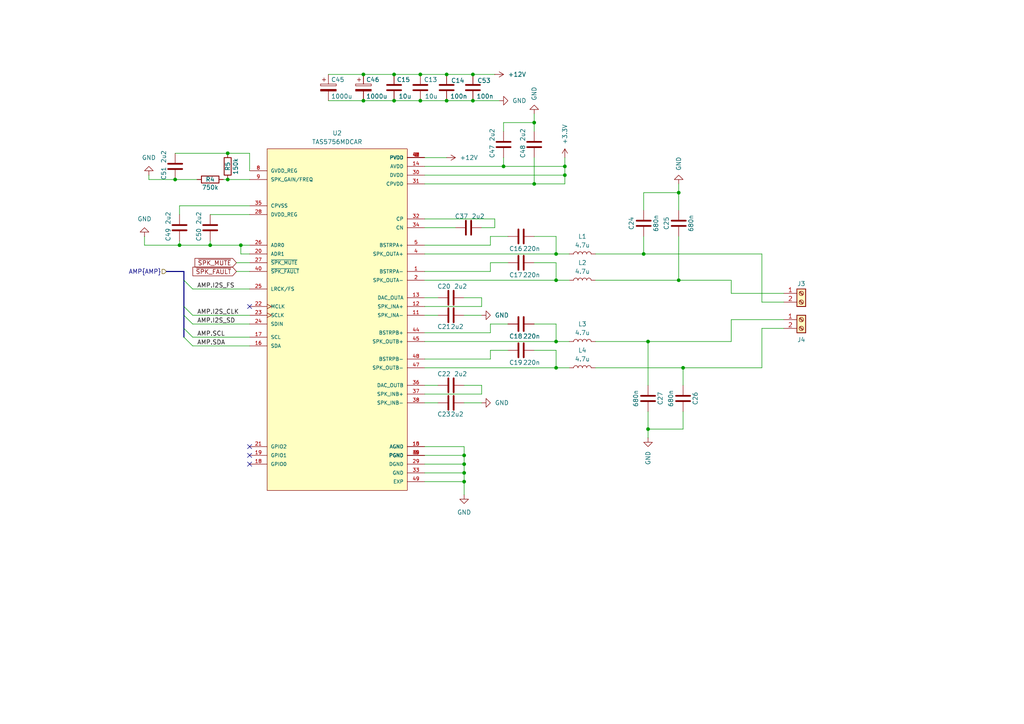
<source format=kicad_sch>
(kicad_sch (version 20250114) (generator "eeschema") (generator_version "9.0")
  (paper "A4")
  (lib_symbols
    (symbol "Connector:Screw_Terminal_01x02" (pin_names (offset 1.016) (hide yes))
      (property "Reference" "J" (at 0 2.54 0))
      (property "Value" "Screw_Terminal_01x02" (at 0 -5.08 0))
      (symbol "Screw_Terminal_01x02_1_1"
        (rectangle (start -1.27 1.27) (end 1.27 -3.81) (stroke (width 0.254)) (fill (type background)))
        (polyline (pts (xy -0.5334 0.3302) (xy 0.3302 -0.508)) (stroke (width 0.1524)))
        (polyline (pts (xy -0.5334 -2.2098) (xy 0.3302 -3.048)) (stroke (width 0.1524)))
        (polyline (pts (xy -0.3556 0.508) (xy 0.508 -0.3302)) (stroke (width 0.1524)))
        (polyline (pts (xy -0.3556 -2.032) (xy 0.508 -2.8702)) (stroke (width 0.1524)))
        (circle (center 0 0) (radius 0.635) (stroke (width 0.1524)))
        (circle (center 0 -2.54) (radius 0.635) (stroke (width 0.1524)))
        (pin passive line (at -5.08 0 0) (length 3.81) (name "Pin_1") (number "1"))
        (pin passive line (at -5.08 -2.54 0) (length 3.81) (name "Pin_2") (number "2"))
      )
    )
    (symbol "Device:C" (pin_numbers (hide yes)) (pin_names (offset 0.254))
      (property "Reference" "C" (at 0.635 2.54 0))
      (property "Value" "C" (at 0.635 -2.54 0))
      (symbol "C_0_1"
        (polyline (pts (xy -2.032 0.762) (xy 2.032 0.762)) (stroke (width 0.508)))
        (polyline (pts (xy -2.032 -0.762) (xy 2.032 -0.762)) (stroke (width 0.508)))
      )
      (symbol "C_1_1"
        (pin passive line (at 0 3.81 270) (length 2.794) (name "~") (number "1"))
        (pin passive line (at 0 -3.81 90) (length 2.794) (name "~") (number "2"))
      )
    )
    (symbol "Device:C_Polarized" (pin_numbers (hide yes)) (pin_names (offset 0.254))
      (property "Reference" "C" (at 0.635 2.54 0))
      (property "Value" "C_Polarized" (at 0.635 -2.54 0))
      (symbol "C_Polarized_0_1"
        (rectangle (start -2.286 0.508) (end 2.286 1.016))
        (polyline (pts (xy -1.778 2.286) (xy -0.762 2.286)))
        (polyline (pts (xy -1.27 2.794) (xy -1.27 1.778)))
        (rectangle (start 2.286 -0.508) (end -2.286 -1.016) (fill (type outline)))
      )
      (symbol "C_Polarized_1_1"
        (pin passive line (at 0 3.81 270) (length 2.794) (name "~") (number "1"))
        (pin passive line (at 0 -3.81 90) (length 2.794) (name "~") (number "2"))
      )
    )
    (symbol "Device:L" (pin_numbers (hide yes)) (pin_names (offset 1.016) (hide yes))
      (property "Reference" "L" (at -1.27 0 90))
      (property "Value" "L" (at 1.905 0 90))
      (symbol "L_0_1"
        (arc (start 0 2.54) (mid 0.6323 1.905) (end 0 1.27))
        (arc (start 0 1.27) (mid 0.6323 0.635) (end 0 0))
        (arc (start 0 0) (mid 0.6323 -0.635) (end 0 -1.27))
        (arc (start 0 -1.27) (mid 0.6323 -1.905) (end 0 -2.54))
      )
      (symbol "L_1_1"
        (pin passive line (at 0 3.81 270) (length 1.27) (name "1") (number "1"))
        (pin passive line (at 0 -3.81 90) (length 1.27) (name "2") (number "2"))
      )
    )
    (symbol "Device:R" (pin_numbers (hide yes)) (pin_names (offset 0))
      (property "Reference" "R" (at 2.032 0 90))
      (property "Value" "R" (at 0 0 90))
      (symbol "R_0_1"
        (rectangle (start -1.016 -2.54) (end 1.016 2.54) (stroke (width 0.254)))
      )
      (symbol "R_1_1"
        (pin passive line (at 0 3.81 270) (length 1.27) (name "~") (number "1"))
        (pin passive line (at 0 -3.81 90) (length 1.27) (name "~") (number "2"))
      )
    )
    (symbol "SqueezeAMPPOE:TAS5756MDCAR" (pin_names (offset 1.016))
      (property "Reference" "U2" (at 0 52.832 0))
      (property "Value" "TAS5756MDCAR" (at 0 50.292 0))
      (symbol "TAS5756MDCAR_0_0"
        (rectangle (start -20.32 48.26) (end 20.32 -50.8) (stroke (width 0.1524)) (fill (type background)))
        (pin bidirectional line (at -25.4 41.91 0) (length 5.08) (name "GVDD_REG") (number "8"))
        (pin input line (at -25.4 39.37 0) (length 5.08) (name "SPK_GAIN/FREQ") (number "9"))
        (pin power_in line (at -25.4 31.75 0) (length 5.08) (name "CPVSS") (number "35"))
        (pin bidirectional line (at -25.4 29.21 0) (length 5.08) (name "DVDD_REG") (number "28"))
        (pin input line (at -25.4 20.32 0) (length 5.08) (name "ADR0") (number "26"))
        (pin input line (at -25.4 17.78 0) (length 5.08) (name "ADR1") (number "20"))
        (pin input line (at -25.4 15.24 0) (length 5.08) (name "~{SPK_MUTE}") (number "27"))
        (pin output line (at -25.4 12.7 0) (length 5.08) (name "~{SPK_FAULT}") (number "40"))
        (pin bidirectional line (at -25.4 7.62 0) (length 5.08) (name "LRCK/FS") (number "25"))
        (pin input clock (at -25.4 2.54 0) (length 5.08) (name "MCLK") (number "22"))
        (pin input clock (at -25.4 0 0) (length 5.08) (name "SCLK") (number "23"))
        (pin input line (at -25.4 -2.54 0) (length 5.08) (name "SDIN") (number "24"))
        (pin input line (at -25.4 -6.35 0) (length 5.08) (name "SCL") (number "17"))
        (pin bidirectional line (at -25.4 -8.89 0) (length 5.08) (name "SDA") (number "16"))
        (pin bidirectional line (at -25.4 -38.1 0) (length 5.08) (name "GPIO2") (number "21"))
        (pin bidirectional line (at -25.4 -40.64 0) (length 5.08) (name "GPIO1") (number "19"))
        (pin bidirectional line (at -25.4 -43.18 0) (length 5.08) (name "GPIO0") (number "18"))
        (pin power_in line (at 25.4 45.72 180) (length 5.08) (name "PVDD") (number "41"))
        (pin power_in line (at 25.4 45.72 180) (length 5.08) (name "PVDD") (number "42"))
        (pin power_in line (at 25.4 45.72 180) (length 5.08) (name "PVDD") (number "43"))
        (pin power_in line (at 25.4 45.72 180) (length 5.08) (name "PVDD") (number "6"))
        (pin power_in line (at 25.4 45.72 180) (length 5.08) (name "PVDD") (number "7"))
        (pin power_in line (at 25.4 43.18 180) (length 5.08) (name "AVDD") (number "14"))
        (pin bidirectional line (at 25.4 40.64 180) (length 5.08) (name "DVDD") (number "30"))
        (pin power_in line (at 25.4 38.1 180) (length 5.08) (name "CPVDD") (number "31"))
        (pin passive line (at 25.4 27.94 180) (length 5.08) (name "CP") (number "32"))
        (pin passive line (at 25.4 25.4 180) (length 5.08) (name "CN") (number "34"))
        (pin output line (at 25.4 20.32 180) (length 5.08) (name "BSTRPA+") (number "5"))
        (pin output line (at 25.4 17.78 180) (length 5.08) (name "SPK_OUTA+") (number "4"))
        (pin output line (at 25.4 12.7 180) (length 5.08) (name "BSTRPA-") (number "1"))
        (pin output line (at 25.4 10.16 180) (length 5.08) (name "SPK_OUTA-") (number "2"))
        (pin output line (at 25.4 5.08 180) (length 5.08) (name "DAC_OUTA") (number "13"))
        (pin input line (at 25.4 2.54 180) (length 5.08) (name "SPK_INA+") (number "12"))
        (pin input line (at 25.4 0 180) (length 5.08) (name "SPK_INA-") (number "11"))
        (pin output line (at 25.4 -5.08 180) (length 5.08) (name "BSTRPB+") (number "44"))
        (pin output line (at 25.4 -7.62 180) (length 5.08) (name "SPK_OUTB+") (number "45"))
        (pin output line (at 25.4 -12.7 180) (length 5.08) (name "BSTRPB-") (number "48"))
        (pin output line (at 25.4 -15.24 180) (length 5.08) (name "SPK_OUTB-") (number "47"))
        (pin output line (at 25.4 -20.32 180) (length 5.08) (name "DAC_OUTB") (number "36"))
        (pin input line (at 25.4 -22.86 180) (length 5.08) (name "SPK_INB+") (number "37"))
        (pin input line (at 25.4 -25.4 180) (length 5.08) (name "SPK_INB-") (number "38"))
        (pin power_in line (at 25.4 -38.1 180) (length 5.08) (name "AGND") (number "10"))
        (pin power_in line (at 25.4 -38.1 180) (length 5.08) (name "AGND") (number "15"))
        (pin power_in line (at 25.4 -40.64 180) (length 5.08) (name "PGND") (number "3"))
        (pin power_in line (at 25.4 -40.64 180) (length 5.08) (name "PGND") (number "39"))
        (pin power_in line (at 25.4 -40.64 180) (length 5.08) (name "PGND") (number "46"))
        (pin power_in line (at 25.4 -43.18 180) (length 5.08) (name "DGND") (number "29"))
        (pin power_in line (at 25.4 -45.72 180) (length 5.08) (name "GND") (number "33"))
        (pin power_in line (at 25.4 -48.26 180) (length 5.08) (name "EXP") (number "49"))
      )
    )
    (symbol "power:+12V" (power) (pin_numbers (hide yes)) (pin_names (offset 0) (hide yes))
      (property "Value" "+12V" (at 0 3.556 0))
      (symbol "+12V_0_1"
        (polyline (pts (xy -0.762 1.27) (xy 0 2.54)))
        (polyline (pts (xy 0 2.54) (xy 0.762 1.27)))
        (polyline (pts (xy 0 0) (xy 0 2.54)))
      )
      (symbol "+12V_1_1"
        (pin power_in line (at 0 0 90) (length 0) (name "~") (number "1"))
      )
    )
    (symbol "power:+3.3V" (power) (pin_numbers (hide yes)) (pin_names (offset 0) (hide yes))
      (property "Value" "+3.3V" (at 0 3.556 0))
      (symbol "+3.3V_0_1"
        (polyline (pts (xy -0.762 1.27) (xy 0 2.54)))
        (polyline (pts (xy 0 2.54) (xy 0.762 1.27)))
        (polyline (pts (xy 0 0) (xy 0 2.54)))
      )
      (symbol "+3.3V_1_1"
        (pin power_in line (at 0 0 90) (length 0) (name "~") (number "1"))
      )
    )
    (symbol "power:GND" (power) (pin_numbers (hide yes)) (pin_names (offset 0) (hide yes))
      (property "Value" "GND" (at 0 -3.81 0))
      (symbol "GND_0_1"
        (polyline (pts (xy 0 0) (xy 0 -1.27) (xy 1.27 -1.27) (xy 0 -2.54) (xy -1.27 -1.27) (xy 0 -1.27)))
      )
      (symbol "GND_1_1"
        (pin power_in line (at 0 0 270) (length 0) (name "~") (number "1"))
      )
    )
  )
  (junction (at 154.94 35.56))
  (junction (at 134.62 132.08))
  (junction (at 50.8 52.07))
  (junction (at 134.62 139.7))
  (junction (at 121.92 21.59))
  (junction (at 161.29 106.68))
  (junction (at 161.29 73.66))
  (junction (at 60.96 71.12))
  (junction (at 134.62 137.16))
  (junction (at 163.83 50.8))
  (junction (at 114.3 29.21))
  (junction (at 129.54 29.21))
  (junction (at 134.62 134.62))
  (junction (at 69.85 71.12))
  (junction (at 161.29 99.06))
  (junction (at 105.41 21.59))
  (junction (at 66.04 44.45))
  (junction (at 198.12 106.68))
  (junction (at 196.85 81.28))
  (junction (at 163.83 48.26))
  (junction (at 187.96 124.46))
  (junction (at 52.07 71.12))
  (junction (at 161.29 81.28))
  (junction (at 121.92 29.21))
  (junction (at 66.04 52.07))
  (junction (at 154.94 53.34))
  (junction (at 114.3 21.59))
  (junction (at 137.16 21.59))
  (junction (at 129.54 21.59))
  (junction (at 187.96 99.06))
  (junction (at 146.05 48.26))
  (junction (at 196.85 55.88))
  (junction (at 105.41 29.21))
  (junction (at 137.16 29.21))
  (junction (at 186.69 73.66))
  (no_connect (at 72.39 134.62))
  (no_connect (at 72.39 132.08))
  (no_connect (at 72.39 129.54))
  (no_connect (at 72.39 88.9))
  (bus_entry (at 53.34 81.28) (size 2.54 2.54))
  (bus_entry (at 53.34 97.79) (size 2.54 2.54))
  (bus_entry (at 53.34 95.25) (size 2.54 2.54))
  (bus_entry (at 53.34 91.44) (size 2.54 2.54))
  (bus_entry (at 53.34 88.9) (size 2.54 2.54))
  (wire (pts (xy 123.19 91.44) (xy 127 91.44)))
  (wire (pts (xy 60.96 69.85) (xy 60.96 71.12)))
  (wire (pts (xy 154.94 35.56) (xy 154.94 33.02)))
  (wire (pts (xy 69.85 73.66) (xy 69.85 71.12)))
  (wire (pts (xy 163.83 48.26) (xy 163.83 45.72)))
  (wire (pts (xy 72.39 49.53) (xy 72.39 44.45)))
  (bus (pts (xy 53.34 81.28) (xy 53.34 88.9)))
  (wire (pts (xy 129.54 21.59) (xy 137.16 21.59)))
  (wire (pts (xy 163.83 48.26) (xy 163.83 50.8)))
  (bus (pts (xy 53.34 95.25) (xy 53.34 97.79)))
  (wire (pts (xy 123.19 86.36) (xy 127 86.36)))
  (wire (pts (xy 139.7 86.36) (xy 134.62 86.36)))
  (wire (pts (xy 123.19 66.04) (xy 132.08 66.04)))
  (wire (pts (xy 123.19 106.68) (xy 161.29 106.68)))
  (wire (pts (xy 161.29 93.98) (xy 161.29 99.06)))
  (wire (pts (xy 220.98 106.68) (xy 220.98 95.25)))
  (wire (pts (xy 163.83 50.8) (xy 163.83 53.34)))
  (wire (pts (xy 186.69 60.96) (xy 186.69 55.88)))
  (wire (pts (xy 142.24 71.12) (xy 142.24 68.58)))
  (wire (pts (xy 196.85 81.28) (xy 212.09 81.28)))
  (wire (pts (xy 123.19 99.06) (xy 161.29 99.06)))
  (wire (pts (xy 68.58 78.74) (xy 72.39 78.74)))
  (wire (pts (xy 123.19 81.28) (xy 161.29 81.28)))
  (wire (pts (xy 198.12 111.76) (xy 198.12 106.68)))
  (wire (pts (xy 55.88 91.44) (xy 72.39 91.44)))
  (wire (pts (xy 142.24 76.2) (xy 147.32 76.2)))
  (wire (pts (xy 123.19 104.14) (xy 142.24 104.14)))
  (wire (pts (xy 64.77 52.07) (xy 66.04 52.07)))
  (wire (pts (xy 121.92 21.59) (xy 129.54 21.59)))
  (wire (pts (xy 187.96 127) (xy 187.96 124.46)))
  (wire (pts (xy 123.19 53.34) (xy 154.94 53.34)))
  (wire (pts (xy 105.41 21.59) (xy 114.3 21.59)))
  (wire (pts (xy 212.09 99.06) (xy 212.09 92.71)))
  (wire (pts (xy 212.09 85.09) (xy 227.33 85.09)))
  (wire (pts (xy 123.19 73.66) (xy 161.29 73.66)))
  (wire (pts (xy 123.19 71.12) (xy 142.24 71.12)))
  (wire (pts (xy 198.12 124.46) (xy 187.96 124.46)))
  (wire (pts (xy 220.98 87.63) (xy 227.33 87.63)))
  (wire (pts (xy 142.24 68.58) (xy 147.32 68.58)))
  (wire (pts (xy 123.19 134.62) (xy 134.62 134.62)))
  (wire (pts (xy 154.94 45.72) (xy 154.94 53.34)))
  (wire (pts (xy 161.29 68.58) (xy 161.29 73.66)))
  (wire (pts (xy 172.72 81.28) (xy 196.85 81.28)))
  (wire (pts (xy 196.85 55.88) (xy 196.85 60.96)))
  (wire (pts (xy 154.94 38.1) (xy 154.94 35.56)))
  (wire (pts (xy 114.3 21.59) (xy 121.92 21.59)))
  (wire (pts (xy 134.62 132.08) (xy 134.62 134.62)))
  (wire (pts (xy 55.88 93.98) (xy 72.39 93.98)))
  (wire (pts (xy 121.92 29.21) (xy 129.54 29.21)))
  (wire (pts (xy 220.98 73.66) (xy 220.98 87.63)))
  (wire (pts (xy 139.7 66.04) (xy 143.51 66.04)))
  (wire (pts (xy 134.62 91.44) (xy 139.7 91.44)))
  (wire (pts (xy 220.98 95.25) (xy 227.33 95.25)))
  (wire (pts (xy 43.18 50.8) (xy 43.18 52.07)))
  (wire (pts (xy 50.8 52.07) (xy 57.15 52.07)))
  (wire (pts (xy 196.85 53.34) (xy 196.85 55.88)))
  (wire (pts (xy 123.19 129.54) (xy 134.62 129.54)))
  (bus (pts (xy 53.34 91.44) (xy 53.34 95.25)))
  (wire (pts (xy 161.29 106.68) (xy 165.1 106.68)))
  (bus (pts (xy 48.26 78.74) (xy 53.34 78.74)))
  (wire (pts (xy 154.94 53.34) (xy 163.83 53.34)))
  (wire (pts (xy 139.7 111.76) (xy 134.62 111.76)))
  (wire (pts (xy 72.39 73.66) (xy 69.85 73.66)))
  (wire (pts (xy 134.62 134.62) (xy 134.62 137.16)))
  (wire (pts (xy 60.96 71.12) (xy 52.07 71.12)))
  (wire (pts (xy 143.51 63.5) (xy 143.51 66.04)))
  (wire (pts (xy 186.69 73.66) (xy 220.98 73.66)))
  (wire (pts (xy 142.24 93.98) (xy 147.32 93.98)))
  (wire (pts (xy 198.12 106.68) (xy 220.98 106.68)))
  (wire (pts (xy 68.58 76.2) (xy 72.39 76.2)))
  (wire (pts (xy 172.72 99.06) (xy 187.96 99.06)))
  (wire (pts (xy 114.3 29.21) (xy 121.92 29.21)))
  (wire (pts (xy 134.62 129.54) (xy 134.62 132.08)))
  (bus (pts (xy 53.34 88.9) (xy 53.34 91.44)))
  (wire (pts (xy 142.24 78.74) (xy 142.24 76.2)))
  (wire (pts (xy 41.91 71.12) (xy 52.07 71.12)))
  (wire (pts (xy 55.88 97.79) (xy 72.39 97.79)))
  (wire (pts (xy 137.16 29.21) (xy 144.78 29.21)))
  (wire (pts (xy 123.19 116.84) (xy 127 116.84)))
  (wire (pts (xy 41.91 71.12) (xy 41.91 68.58)))
  (wire (pts (xy 172.72 106.68) (xy 198.12 106.68)))
  (wire (pts (xy 146.05 38.1) (xy 146.05 35.56)))
  (wire (pts (xy 72.39 59.69) (xy 52.07 59.69)))
  (wire (pts (xy 186.69 55.88) (xy 196.85 55.88)))
  (wire (pts (xy 134.62 137.16) (xy 134.62 139.7)))
  (wire (pts (xy 161.29 73.66) (xy 165.1 73.66)))
  (wire (pts (xy 60.96 62.23) (xy 72.39 62.23)))
  (wire (pts (xy 146.05 35.56) (xy 154.94 35.56)))
  (wire (pts (xy 154.94 68.58) (xy 161.29 68.58)))
  (wire (pts (xy 212.09 92.71) (xy 227.33 92.71)))
  (wire (pts (xy 154.94 93.98) (xy 161.29 93.98)))
  (wire (pts (xy 146.05 48.26) (xy 163.83 48.26)))
  (wire (pts (xy 95.25 21.59) (xy 105.41 21.59)))
  (wire (pts (xy 123.19 88.9) (xy 139.7 88.9)))
  (wire (pts (xy 72.39 44.45) (xy 66.04 44.45)))
  (wire (pts (xy 142.24 104.14) (xy 142.24 101.6)))
  (wire (pts (xy 72.39 71.12) (xy 69.85 71.12)))
  (wire (pts (xy 134.62 139.7) (xy 134.62 143.51)))
  (wire (pts (xy 154.94 101.6) (xy 161.29 101.6)))
  (wire (pts (xy 123.19 78.74) (xy 142.24 78.74)))
  (wire (pts (xy 123.19 96.52) (xy 142.24 96.52)))
  (wire (pts (xy 187.96 111.76) (xy 187.96 99.06)))
  (wire (pts (xy 123.19 50.8) (xy 163.83 50.8)))
  (wire (pts (xy 146.05 45.72) (xy 146.05 48.26)))
  (wire (pts (xy 123.19 137.16) (xy 134.62 137.16)))
  (wire (pts (xy 123.19 45.72) (xy 129.54 45.72)))
  (wire (pts (xy 52.07 59.69) (xy 52.07 62.23)))
  (wire (pts (xy 161.29 76.2) (xy 161.29 81.28)))
  (wire (pts (xy 43.18 52.07) (xy 50.8 52.07)))
  (wire (pts (xy 123.19 132.08) (xy 134.62 132.08)))
  (wire (pts (xy 187.96 124.46) (xy 187.96 119.38)))
  (wire (pts (xy 142.24 96.52) (xy 142.24 93.98)))
  (wire (pts (xy 172.72 73.66) (xy 186.69 73.66)))
  (wire (pts (xy 55.88 100.33) (xy 72.39 100.33)))
  (wire (pts (xy 123.19 139.7) (xy 134.62 139.7)))
  (wire (pts (xy 212.09 81.28) (xy 212.09 85.09)))
  (wire (pts (xy 161.29 81.28) (xy 165.1 81.28)))
  (wire (pts (xy 105.41 29.21) (xy 114.3 29.21)))
  (wire (pts (xy 123.19 63.5) (xy 143.51 63.5)))
  (wire (pts (xy 196.85 68.58) (xy 196.85 81.28)))
  (wire (pts (xy 198.12 119.38) (xy 198.12 124.46)))
  (wire (pts (xy 161.29 101.6) (xy 161.29 106.68)))
  (wire (pts (xy 161.29 99.06) (xy 165.1 99.06)))
  (wire (pts (xy 142.24 101.6) (xy 147.32 101.6)))
  (wire (pts (xy 139.7 114.3) (xy 139.7 111.76)))
  (wire (pts (xy 55.88 83.82) (xy 72.39 83.82)))
  (wire (pts (xy 66.04 52.07) (xy 72.39 52.07)))
  (wire (pts (xy 123.19 114.3) (xy 139.7 114.3)))
  (wire (pts (xy 154.94 76.2) (xy 161.29 76.2)))
  (wire (pts (xy 129.54 29.21) (xy 137.16 29.21)))
  (wire (pts (xy 139.7 88.9) (xy 139.7 86.36)))
  (wire (pts (xy 52.07 69.85) (xy 52.07 71.12)))
  (wire (pts (xy 50.8 44.45) (xy 66.04 44.45)))
  (bus (pts (xy 53.34 78.74) (xy 53.34 81.28)))
  (wire (pts (xy 69.85 71.12) (xy 60.96 71.12)))
  (wire (pts (xy 134.62 116.84) (xy 139.7 116.84)))
  (wire (pts (xy 187.96 99.06) (xy 212.09 99.06)))
  (wire (pts (xy 186.69 68.58) (xy 186.69 73.66)))
  (wire (pts (xy 137.16 21.59) (xy 143.51 21.59)))
  (wire (pts (xy 123.19 48.26) (xy 146.05 48.26)))
  (wire (pts (xy 95.25 29.21) (xy 105.41 29.21)))
  (wire (pts (xy 123.19 111.76) (xy 127 111.76)))
  (label "AMP.I2S_CLK" (at 57.15 91.44 0))
  (label "AMP.I2S_FS" (at 57.15 83.82 0))
  (label "AMP.SDA" (at 57.15 100.33 0))
  (label "AMP.SCL" (at 57.15 97.79 0))
  (label "AMP.I2S_SD" (at 57.15 93.98 0))
  (global_label "~{SPK_MUTE}" (shape input) (at 68.58 76.2 180) (property "Intersheetrefs" "${INTERSHEET_REFS}" (effects (hide yes))))
  (global_label "~{SPK_FAULT}" (shape input) (at 68.58 78.74 180) (property "Intersheetrefs" "${INTERSHEET_REFS}" (effects (hide yes))))
  (hierarchical_label "AMP{AMP}" (shape input) (at 48.26 78.74 180))
  (symbol (lib_id "Device:C") (at 196.85 64.77 180) (unit 1)
    (property "Reference" "C25" (at 193.294 64.77 90))
    (property "Value" "680n" (at 200.406 64.77 90))
    (property "Footprint" "Capacitor_SMD:C_0805_2012Metric" (effects (hide yes)))
    (property "Datasheet" "https://jlcpcb.com/api/file/downloadByFileSystemAccessId/8588898762840686592" (effects (hide yes)))
    (property "Description" "50V 680nF X7R ±10% 0805 Multilayer Ceramic Capacitors MLCC - SMD/SMT ROHS" (effects (hide yes)))
    (property "Manufacturer" "YAGEO" (effects (hide yes)))
    (property "MPN" "CC0805KKX7R9BB684" (effects (hide yes)))
    (property "JLCPCB Part #" "C107133" (effects (hide yes)))
  )
  (symbol (lib_id "Device:C") (at 186.69 64.77 180) (unit 1)
    (property "Reference" "C24" (at 183.134 64.77 90))
    (property "Value" "680n" (at 190.246 64.77 90))
    (property "Footprint" "Capacitor_SMD:C_0805_2012Metric" (effects (hide yes)))
    (property "Datasheet" "https://jlcpcb.com/api/file/downloadByFileSystemAccessId/8588898762840686592" (effects (hide yes)))
    (property "Description" "50V 680nF X7R ±10% 0805 Multilayer Ceramic Capacitors MLCC - SMD/SMT ROHS" (effects (hide yes)))
    (property "Manufacturer" "YAGEO" (effects (hide yes)))
    (property "MPN" "CC0805KKX7R9BB684" (effects (hide yes)))
    (property "JLCPCB Part #" "C107133" (effects (hide yes)))
  )
  (symbol (lib_id "Device:C_Polarized") (at 95.25 25.4 0) (unit 1)
    (property "Reference" "C45" (at 96.012 23.114 0) (effects (justify left)))
    (property "Value" "1000u" (at 96.012 27.94 0) (effects (justify left)))
    (property "Footprint" "Capacitor_SMD:CP_Elec_10x12.5" (effects (hide yes)))
    (property "Datasheet" "https://www.lcsc.com/datasheet/lcsc_datasheet_2404241139_FOLLON-EFVM025ADA102M10C0_C22387800.pdf" (effects (hide yes)))
    (property "Description" "1000uF 25V ±20% SMD,D10xL12.5mm Aluminum Electrolytic Capacitors - SMD ROHS" (effects (hide yes)))
    (property "Manufacturer" "FOLLON" (effects (hide yes)))
    (property "MPN" "EFVM025ADA102M10C0" (effects (hide yes)))
    (property "JLCPCB Part #" "C22387800" (effects (hide yes)))
  )
  (symbol (lib_id "Device:C") (at 130.81 116.84 90) (unit 1)
    (property "Reference" "C23" (at 128.778 120.142 90))
    (property "Value" "2u2" (at 132.588 120.142 90))
    (property "Footprint" "Capacitor_SMD:C_0603_1608Metric" (effects (hide yes)))
    (property "Datasheet" "https://jlcpcb.com/api/file/downloadByFileSystemAccessId/8586178788720332800" (effects (hide yes)))
    (property "Description" "25V 2.2uF X5R ±10% 0603 Multilayer Ceramic Capacitors MLCC - SMD/SMT ROHS" (effects (hide yes)))
    (property "Manufacturer" "Samsung Electro-Mechanics" (effects (hide yes)))
    (property "MPN" "CL10A225KA8NNNC" (effects (hide yes)))
    (property "JLCPCB Part #" "C57895" (effects (hide yes)))
  )
  (symbol (lib_id "Device:C") (at 50.8 48.26 180) (unit 1)
    (property "Reference" "C51" (at 47.498 50.292 90))
    (property "Value" "2u2" (at 47.498 45.466 90))
    (property "Footprint" "Capacitor_SMD:C_0603_1608Metric" (effects (hide yes)))
    (property "Datasheet" "https://jlcpcb.com/api/file/downloadByFileSystemAccessId/8586178788720332800" (effects (hide yes)))
    (property "Description" "25V 2.2uF X5R ±10% 0603 Multilayer Ceramic Capacitors MLCC - SMD/SMT ROHS" (effects (hide yes)))
    (property "Manufacturer" "Samsung Electro-Mechanics" (effects (hide yes)))
    (property "MPN" "CL10A225KA8NNNC" (effects (hide yes)))
    (property "JLCPCB Part #" "C57895" (effects (hide yes)))
  )
  (symbol (lib_id "power:+12V") (at 129.54 45.72 270) (unit 1)
    (property "Reference" "#PWR050" (effects (hide yes)))
    (property "Value" "+12V" (at 133.35 45.7199 90) (effects (justify left)))
    (property "Description" "Power symbol creates a global label with name \"+12V\"" (effects (hide yes)))
  )
  (symbol (lib_id "Device:C") (at 130.81 111.76 90) (unit 1)
    (property "Reference" "C22" (at 128.778 108.458 90))
    (property "Value" "2u2" (at 133.604 108.458 90))
    (property "Footprint" "Capacitor_SMD:C_0603_1608Metric" (effects (hide yes)))
    (property "Datasheet" "https://jlcpcb.com/api/file/downloadByFileSystemAccessId/8586178788720332800" (effects (hide yes)))
    (property "Description" "25V 2.2uF X5R ±10% 0603 Multilayer Ceramic Capacitors MLCC - SMD/SMT ROHS" (effects (hide yes)))
    (property "Manufacturer" "Samsung Electro-Mechanics" (effects (hide yes)))
    (property "MPN" "CL10A225KA8NNNC" (effects (hide yes)))
    (property "JLCPCB Part #" "C57895" (effects (hide yes)))
  )
  (symbol (lib_id "power:GND") (at 43.18 50.8 180) (unit 1)
    (property "Reference" "#PWR018" (effects (hide yes)))
    (property "Value" "GND" (at 43.18 45.72 0))
    (property "Description" "Power symbol creates a global label with name \"GND\" , ground" (effects (hide yes)))
  )
  (symbol (lib_id "Device:C") (at 130.81 86.36 90) (unit 1)
    (property "Reference" "C20" (at 128.778 83.058 90))
    (property "Value" "2u2" (at 133.604 83.058 90))
    (property "Footprint" "Capacitor_SMD:C_0603_1608Metric" (effects (hide yes)))
    (property "Datasheet" "https://jlcpcb.com/api/file/downloadByFileSystemAccessId/8586178788720332800" (effects (hide yes)))
    (property "Description" "25V 2.2uF X5R ±10% 0603 Multilayer Ceramic Capacitors MLCC - SMD/SMT ROHS" (effects (hide yes)))
    (property "Manufacturer" "Samsung Electro-Mechanics" (effects (hide yes)))
    (property "MPN" "CL10A225KA8NNNC" (effects (hide yes)))
    (property "JLCPCB Part #" "C57895" (effects (hide yes)))
  )
  (symbol (lib_id "power:GND") (at 196.85 53.34 180) (unit 1)
    (property "Reference" "#PWR021" (effects (hide yes)))
    (property "Value" "GND" (at 196.8501 49.53 90) (effects (justify right)))
    (property "Description" "Power symbol creates a global label with name \"GND\" , ground" (effects (hide yes)))
  )
  (symbol (lib_id "Device:C") (at 151.13 68.58 90) (unit 1)
    (property "Reference" "C16" (at 149.606 72.136 90))
    (property "Value" "220n" (at 154.178 72.136 90))
    (property "Footprint" "Capacitor_SMD:C_0805_2012Metric" (effects (hide yes)))
    (property "Datasheet" "https://jlcpcb.com/api/file/downloadByFileSystemAccessId/8579706836175675392" (effects (hide yes)))
    (property "Description" "50V 220nF X7R ±10% 0805 Multilayer Ceramic Capacitors MLCC - SMD/SMT ROHS" (effects (hide yes)))
    (property "Manufacturer" "Samsung Electro-Mechanics" (effects (hide yes)))
    (property "MPN" "CL21B224KBFNNNE" (effects (hide yes)))
    (property "JLCPCB Part #" "C5378" (effects (hide yes)))
  )
  (symbol (lib_id "Device:C") (at 146.05 41.91 180) (unit 1)
    (property "Reference" "C47" (at 142.748 43.942 90))
    (property "Value" "2u2" (at 142.748 39.116 90))
    (property "Footprint" "Capacitor_SMD:C_0603_1608Metric" (effects (hide yes)))
    (property "Datasheet" "https://jlcpcb.com/api/file/downloadByFileSystemAccessId/8586178788720332800" (effects (hide yes)))
    (property "Description" "25V 2.2uF X5R ±10% 0603 Multilayer Ceramic Capacitors MLCC - SMD/SMT ROHS" (effects (hide yes)))
    (property "Manufacturer" "Samsung Electro-Mechanics" (effects (hide yes)))
    (property "MPN" "CL10A225KA8NNNC" (effects (hide yes)))
    (property "JLCPCB Part #" "C57895" (effects (hide yes)))
  )
  (symbol (lib_id "power:+3.3V") (at 163.83 45.72 0) (unit 1)
    (property "Reference" "#PWR014" (effects (hide yes)))
    (property "Value" "+3.3V" (at 163.8301 41.91 90) (effects (justify left)))
    (property "Description" "Power symbol creates a global label with name \"+3.3V\"" (effects (hide yes)))
  )
  (symbol (lib_id "Device:C") (at 135.89 66.04 90) (unit 1)
    (property "Reference" "C37" (at 133.858 62.738 90))
    (property "Value" "2u2" (at 138.684 62.738 90))
    (property "Footprint" "Capacitor_SMD:C_0603_1608Metric" (effects (hide yes)))
    (property "Datasheet" "https://jlcpcb.com/api/file/downloadByFileSystemAccessId/8586178788720332800" (effects (hide yes)))
    (property "Description" "25V 2.2uF X5R ±10% 0603 Multilayer Ceramic Capacitors MLCC - SMD/SMT ROHS" (effects (hide yes)))
    (property "Manufacturer" "Samsung Electro-Mechanics" (effects (hide yes)))
    (property "MPN" "CL10A225KA8NNNC" (effects (hide yes)))
    (property "JLCPCB Part #" "C57895" (effects (hide yes)))
  )
  (symbol (lib_id "Device:C") (at 121.92 25.4 180) (unit 1)
    (property "Reference" "C13" (at 122.936 23.114 0) (effects (justify right)))
    (property "Value" "10u" (at 123.19 27.94 0) (effects (justify right)))
    (property "Footprint" "Capacitor_SMD:C_0603_1608Metric" (effects (hide yes)))
    (property "Datasheet" "https://www.lcsc.com/datasheet/lcsc_datasheet_2304140030_Samsung-Electro-Mechanics-CL10A106MA8NRNC_C96446.pdf" (effects (hide yes)))
    (property "Description" "25V 10uF X5R ±20% 0603 Multilayer Ceramic Capacitors MLCC - SMD/SMT ROHS" (effects (hide yes)))
    (property "Manufacturer" "Samsung Electro-Mechanics" (effects (hide yes)))
    (property "MPN" "CL10A106MA8NRNC" (effects (hide yes)))
    (property "JLCPCB Part #" "C96446" (effects (hide yes)))
  )
  (symbol (lib_id "power:GND") (at 139.7 91.44 90) (unit 1)
    (property "Reference" "#PWR019" (effects (hide yes)))
    (property "Value" "GND" (at 143.51 91.4401 90) (effects (justify right)))
    (property "Description" "Power symbol creates a global label with name \"GND\" , ground" (effects (hide yes)))
  )
  (symbol (lib_id "Device:L") (at 168.91 106.68 90) (unit 1)
    (property "Reference" "L4" (at 168.91 101.6 90))
    (property "Value" "4.7u" (at 168.91 104.14 90))
    (property "Footprint" "Inductor_SMD:L_Ferrocore_DLG-0703" (effects (hide yes)))
    (property "Datasheet" "https://jlcpcb.com/api/file/downloadByFileSystemAccessId/8588931639724818432" (effects (hide yes)))
    (property "Description" "Inductor" (effects (hide yes)))
    (property "Manufacturer" "SXN(Shun Xiang Nuo Elec)" (effects (hide yes)))
    (property "MPN" "SM7850-4R7MT" (effects (hide yes)))
    (property "JLCPCB Part #" "C52377" (effects (hide yes)))
  )
  (symbol (lib_id "Device:C") (at 198.12 115.57 0) (unit 1)
    (property "Reference" "C26" (at 201.676 115.57 90))
    (property "Value" "680n" (at 194.564 115.57 90))
    (property "Footprint" "Capacitor_SMD:C_0805_2012Metric" (effects (hide yes)))
    (property "Datasheet" "https://jlcpcb.com/api/file/downloadByFileSystemAccessId/8588898762840686592" (effects (hide yes)))
    (property "Description" "50V 680nF X7R ±10% 0805 Multilayer Ceramic Capacitors MLCC - SMD/SMT ROHS" (effects (hide yes)))
    (property "Manufacturer" "YAGEO" (effects (hide yes)))
    (property "MPN" "CC0805KKX7R9BB684" (effects (hide yes)))
    (property "JLCPCB Part #" "C107133" (effects (hide yes)))
  )
  (symbol (lib_id "Device:C") (at 114.3 25.4 180) (unit 1)
    (property "Reference" "C15" (at 115.062 23.114 0) (effects (justify right)))
    (property "Value" "10u" (at 115.57 27.94 0) (effects (justify right)))
    (property "Footprint" "Capacitor_SMD:C_0603_1608Metric" (effects (hide yes)))
    (property "Datasheet" "https://www.lcsc.com/datasheet/lcsc_datasheet_2304140030_Samsung-Electro-Mechanics-CL10A106MA8NRNC_C96446.pdf" (effects (hide yes)))
    (property "Description" "25V 10uF X5R ±20% 0603 Multilayer Ceramic Capacitors MLCC - SMD/SMT ROHS" (effects (hide yes)))
    (property "Manufacturer" "Samsung Electro-Mechanics" (effects (hide yes)))
    (property "MPN" "CL10A106MA8NRNC" (effects (hide yes)))
    (property "JLCPCB Part #" "C96446" (effects (hide yes)))
  )
  (symbol (lib_id "Device:R") (at 66.04 48.26 0) (unit 1)
    (property "Reference" "R5" (at 66.04 48.26 90))
    (property "Value" "150k" (at 68.326 48.26 90))
    (property "Footprint" "Resistor_SMD:R_0603_1608Metric" (effects (hide yes)))
    (property "Datasheet" "https://jlcpcb.com/api/file/downloadByFileSystemAccessId/8552813156754595840" (effects (hide yes)))
    (property "Description" "100mW Thick Film Resistors 75V ±100ppm/℃ ±1% 150kΩ 0603 Chip Resistor - Surface Mount ROHS" (effects (hide yes)))
    (property "Manufacturer" "YAGEO" (effects (hide yes)))
    (property "MPN" "RC0603FR-07150KL" (effects (hide yes)))
    (property "JLCPCB Part #" "C114660" (effects (hide yes)))
  )
  (symbol (lib_id "Device:C_Polarized") (at 105.41 25.4 0) (unit 1)
    (property "Reference" "C46" (at 106.172 23.114 0) (effects (justify left)))
    (property "Value" "1000u" (at 106.172 27.94 0) (effects (justify left)))
    (property "Footprint" "Capacitor_SMD:CP_Elec_10x12.5" (effects (hide yes)))
    (property "Datasheet" "https://www.lcsc.com/datasheet/lcsc_datasheet_2404241139_FOLLON-EFVM025ADA102M10C0_C22387800.pdf" (effects (hide yes)))
    (property "Description" "1000uF 25V ±20% SMD,D10xL12.5mm Aluminum Electrolytic Capacitors - SMD ROHS" (effects (hide yes)))
    (property "Manufacturer" "FOLLON" (effects (hide yes)))
    (property "MPN" "EFVM025ADA102M10C0" (effects (hide yes)))
    (property "JLCPCB Part #" "C22387800" (effects (hide yes)))
  )
  (symbol (lib_id "Device:C") (at 151.13 101.6 90) (unit 1)
    (property "Reference" "C19" (at 149.606 105.156 90))
    (property "Value" "220n" (at 154.178 105.156 90))
    (property "Footprint" "Capacitor_SMD:C_0805_2012Metric" (effects (hide yes)))
    (property "Datasheet" "https://jlcpcb.com/api/file/downloadByFileSystemAccessId/8579706836175675392" (effects (hide yes)))
    (property "Description" "50V 220nF X7R ±10% 0805 Multilayer Ceramic Capacitors MLCC - SMD/SMT ROHS" (effects (hide yes)))
    (property "Manufacturer" "Samsung Electro-Mechanics" (effects (hide yes)))
    (property "MPN" "CL21B224KBFNNNE" (effects (hide yes)))
    (property "JLCPCB Part #" "C5378" (effects (hide yes)))
  )
  (symbol (lib_id "SqueezeAMPPOE:TAS5756MDCAR") (at 97.79 91.44 0) (unit 1)
    (property "Reference" "U2" (at 97.79 38.608 0))
    (property "Value" "TAS5756MDCAR" (at 97.79 41.148 0))
    (property "Footprint" "SqueezeAMPPOE:SOP50P810X120-49N" (effects (hide yes)))
    (property "Datasheet" "https://www.ti.com/cn/lit/ds/symlink/tas5756m.pdf?ts=1741151189886" (effects (hide yes)))
    (property "Description" "HTSSOP-48-EP-6.1mm  Audio Amplifiers ROHS" (effects (hide yes)))
    (property "Manufacturer" "Texas Instruments" (effects (hide yes)))
    (property "MPN" "TAS5756MDCAR" (effects (hide yes)))
    (property "JLCPCB Part #" "C2867541" (effects (hide yes)))
  )
  (symbol (lib_id "Device:C") (at 129.54 25.4 180) (unit 1)
    (property "Reference" "C14" (at 130.81 23.368 0) (effects (justify right)))
    (property "Value" "100n" (at 130.556 27.94 0) (effects (justify right)))
    (property "Footprint" "Capacitor_SMD:C_0603_1608Metric" (effects (hide yes)))
    (property "Datasheet" "https://www.lcsc.com/datasheet/lcsc_datasheet_2304140030_Samsung-Electro-Mechanics-CL10B104KB8NNNC_C1591.pdf" (effects (hide yes)))
    (property "Description" "50V 100nF X7R ±10% 0603 Multilayer Ceramic Capacitors MLCC - SMD/SMT ROHS" (effects (hide yes)))
    (property "Manufacturer" "Samsung Electro-Mechanics" (effects (hide yes)))
    (property "MPN" "CL10B104KB8NNNC" (effects (hide yes)))
    (property "JLCPCB Part #" "C1591" (effects (hide yes)))
  )
  (symbol (lib_id "Device:C") (at 137.16 25.4 180) (unit 1)
    (property "Reference" "C53" (at 138.43 23.368 0) (effects (justify right)))
    (property "Value" "100n" (at 138.176 27.94 0) (effects (justify right)))
    (property "Footprint" "Capacitor_SMD:C_0603_1608Metric" (effects (hide yes)))
    (property "Datasheet" "https://www.lcsc.com/datasheet/lcsc_datasheet_2304140030_Samsung-Electro-Mechanics-CL10B104KB8NNNC_C1591.pdf" (effects (hide yes)))
    (property "Description" "50V 100nF X7R ±10% 0603 Multilayer Ceramic Capacitors MLCC - SMD/SMT ROHS" (effects (hide yes)))
    (property "Manufacturer" "Samsung Electro-Mechanics" (effects (hide yes)))
    (property "MPN" "CL10B104KB8NNNC" (effects (hide yes)))
    (property "JLCPCB Part #" "C1591" (effects (hide yes)))
  )
  (symbol (lib_id "Device:R") (at 60.96 52.07 270) (unit 1)
    (property "Reference" "R4" (at 60.96 52.07 90))
    (property "Value" "750k" (at 60.96 54.356 90))
    (property "Footprint" "Resistor_SMD:R_0603_1608Metric" (effects (hide yes)))
    (property "Datasheet" "https://jlcpcb.com/api/file/downloadByFileSystemAccessId/8588899706395508736" (effects (hide yes)))
    (property "Description" "100mW Thick Film Resistors 75V ±100ppm/℃ ±1% 750kΩ 0603 Chip Resistor - Surface Mount ROHS" (effects (hide yes)))
    (property "Manufacturer" "YAGEO" (effects (hide yes)))
    (property "MPN" "RC0603FR-07750KL" (effects (hide yes)))
    (property "JLCPCB Part #" "C137684" (effects (hide yes)))
  )
  (symbol (lib_id "power:GND") (at 41.91 68.58 180) (unit 1)
    (property "Reference" "#PWR011" (effects (hide yes)))
    (property "Value" "GND" (at 41.91 63.5 0))
    (property "Description" "Power symbol creates a global label with name \"GND\" , ground" (effects (hide yes)))
  )
  (symbol (lib_id "power:GND") (at 134.62 143.51 0) (unit 1)
    (property "Reference" "#PWR013" (effects (hide yes)))
    (property "Value" "GND" (at 134.62 148.59 0))
    (property "Description" "Power symbol creates a global label with name \"GND\" , ground" (effects (hide yes)))
  )
  (symbol (lib_id "Device:L") (at 168.91 99.06 90) (unit 1)
    (property "Reference" "L3" (at 168.91 93.98 90))
    (property "Value" "4.7u" (at 168.91 96.52 90))
    (property "Footprint" "Inductor_SMD:L_Ferrocore_DLG-0703" (effects (hide yes)))
    (property "Datasheet" "https://jlcpcb.com/api/file/downloadByFileSystemAccessId/8588931639724818432" (effects (hide yes)))
    (property "Description" "Inductor" (effects (hide yes)))
    (property "Manufacturer" "SXN(Shun Xiang Nuo Elec)" (effects (hide yes)))
    (property "MPN" "SM7850-4R7MT" (effects (hide yes)))
    (property "JLCPCB Part #" "C52377" (effects (hide yes)))
  )
  (symbol (lib_id "Device:C") (at 151.13 76.2 90) (unit 1)
    (property "Reference" "C17" (at 149.606 79.756 90))
    (property "Value" "220n" (at 154.178 79.756 90))
    (property "Footprint" "Capacitor_SMD:C_0805_2012Metric" (effects (hide yes)))
    (property "Datasheet" "https://jlcpcb.com/api/file/downloadByFileSystemAccessId/8579706836175675392" (effects (hide yes)))
    (property "Description" "50V 220nF X7R ±10% 0805 Multilayer Ceramic Capacitors MLCC - SMD/SMT ROHS" (effects (hide yes)))
    (property "Manufacturer" "Samsung Electro-Mechanics" (effects (hide yes)))
    (property "MPN" "CL21B224KBFNNNE" (effects (hide yes)))
    (property "JLCPCB Part #" "C5378" (effects (hide yes)))
  )
  (symbol (lib_id "Device:C") (at 154.94 41.91 180) (unit 1)
    (property "Reference" "C48" (at 151.638 43.942 90))
    (property "Value" "2u2" (at 151.638 39.116 90))
    (property "Footprint" "Capacitor_SMD:C_0603_1608Metric" (effects (hide yes)))
    (property "Datasheet" "https://jlcpcb.com/api/file/downloadByFileSystemAccessId/8586178788720332800" (effects (hide yes)))
    (property "Description" "25V 2.2uF X5R ±10% 0603 Multilayer Ceramic Capacitors MLCC - SMD/SMT ROHS" (effects (hide yes)))
    (property "Manufacturer" "Samsung Electro-Mechanics" (effects (hide yes)))
    (property "MPN" "CL10A225KA8NNNC" (effects (hide yes)))
    (property "JLCPCB Part #" "C57895" (effects (hide yes)))
  )
  (symbol (lib_id "Connector:Screw_Terminal_01x02") (at 232.41 85.09 0) (unit 1)
    (property "Reference" "J3" (at 232.41 82.296 0))
    (property "Value" "Screw_Terminal_01x02" (effects (hide yes)))
    (property "Footprint" "TerminalBlock_Phoenix:TerminalBlock_Phoenix_MKDS-1,5-2-5.08_1x02_P5.08mm_Horizontal" (effects (hide yes)))
    (property "Datasheet" "https://www.lcsc.com/datasheet/lcsc_datasheet_2001071235_Phoenix-Contact-1715721_C480516.pdf" (effects (hide yes)))
    (property "Description" "Generic screw terminal, single row, 01x02, script generated (kicad-library-utils/schlib/autogen/connector/)" (effects (hide yes)))
    (property "Manufacturer" "Phoenix Contact" (effects (hide yes)))
    (property "MPN" "1715721" (effects (hide yes)))
    (property "JLCPCB Part #" "C480516" (effects (hide yes)))
  )
  (symbol (lib_id "Device:L") (at 168.91 81.28 90) (unit 1)
    (property "Reference" "L2" (at 168.91 76.2 90))
    (property "Value" "4.7u" (at 168.91 78.74 90))
    (property "Footprint" "Inductor_SMD:L_Ferrocore_DLG-0703" (effects (hide yes)))
    (property "Datasheet" "https://jlcpcb.com/api/file/downloadByFileSystemAccessId/8588931639724818432" (effects (hide yes)))
    (property "Description" "Inductor" (effects (hide yes)))
    (property "Manufacturer" "SXN(Shun Xiang Nuo Elec)" (effects (hide yes)))
    (property "MPN" "SM7850-4R7MT" (effects (hide yes)))
    (property "JLCPCB Part #" "C52377" (effects (hide yes)))
  )
  (symbol (lib_id "power:GND") (at 154.94 33.02 180) (unit 1)
    (property "Reference" "#PWR015" (effects (hide yes)))
    (property "Value" "GND" (at 154.9401 29.21 90) (effects (justify right)))
    (property "Description" "Power symbol creates a global label with name \"GND\" , ground" (effects (hide yes)))
  )
  (symbol (lib_id "Device:C") (at 52.07 66.04 180) (unit 1)
    (property "Reference" "C49" (at 48.768 68.072 90))
    (property "Value" "2u2" (at 48.768 63.246 90))
    (property "Footprint" "Capacitor_SMD:C_0603_1608Metric" (effects (hide yes)))
    (property "Datasheet" "https://jlcpcb.com/api/file/downloadByFileSystemAccessId/8586178788720332800" (effects (hide yes)))
    (property "Description" "25V 2.2uF X5R ±10% 0603 Multilayer Ceramic Capacitors MLCC - SMD/SMT ROHS" (effects (hide yes)))
    (property "Manufacturer" "Samsung Electro-Mechanics" (effects (hide yes)))
    (property "MPN" "CL10A225KA8NNNC" (effects (hide yes)))
    (property "JLCPCB Part #" "C57895" (effects (hide yes)))
  )
  (symbol (lib_id "Device:C") (at 60.96 66.04 180) (unit 1)
    (property "Reference" "C50" (at 57.658 68.072 90))
    (property "Value" "2u2" (at 57.658 63.246 90))
    (property "Footprint" "Capacitor_SMD:C_0603_1608Metric" (effects (hide yes)))
    (property "Datasheet" "https://jlcpcb.com/api/file/downloadByFileSystemAccessId/8586178788720332800" (effects (hide yes)))
    (property "Description" "25V 2.2uF X5R ±10% 0603 Multilayer Ceramic Capacitors MLCC - SMD/SMT ROHS" (effects (hide yes)))
    (property "Manufacturer" "Samsung Electro-Mechanics" (effects (hide yes)))
    (property "MPN" "CL10A225KA8NNNC" (effects (hide yes)))
    (property "JLCPCB Part #" "C57895" (effects (hide yes)))
  )
  (symbol (lib_id "Device:C") (at 130.81 91.44 90) (unit 1)
    (property "Reference" "C21" (at 128.778 94.742 90))
    (property "Value" "2u2" (at 132.588 94.742 90))
    (property "Footprint" "Capacitor_SMD:C_0603_1608Metric" (effects (hide yes)))
    (property "Datasheet" "https://jlcpcb.com/api/file/downloadByFileSystemAccessId/8586178788720332800" (effects (hide yes)))
    (property "Description" "25V 2.2uF X5R ±10% 0603 Multilayer Ceramic Capacitors MLCC - SMD/SMT ROHS" (effects (hide yes)))
    (property "Manufacturer" "Samsung Electro-Mechanics" (effects (hide yes)))
    (property "MPN" "CL10A225KA8NNNC" (effects (hide yes)))
    (property "JLCPCB Part #" "C57895" (effects (hide yes)))
  )
  (symbol (lib_id "power:GND") (at 144.78 29.21 90) (unit 1)
    (property "Reference" "#PWR017" (effects (hide yes)))
    (property "Value" "GND" (at 148.59 29.2101 90) (effects (justify right)))
    (property "Description" "Power symbol creates a global label with name \"GND\" , ground" (effects (hide yes)))
  )
  (symbol (lib_id "power:+12V") (at 143.51 21.59 270) (unit 1)
    (property "Reference" "#PWR049" (effects (hide yes)))
    (property "Value" "+12V" (at 147.32 21.5899 90) (effects (justify left)))
    (property "Description" "Power symbol creates a global label with name \"+12V\"" (effects (hide yes)))
  )
  (symbol (lib_id "power:GND") (at 187.96 127 0) (unit 1)
    (property "Reference" "#PWR022" (effects (hide yes)))
    (property "Value" "GND" (at 187.9599 130.81 90) (effects (justify right)))
    (property "Description" "Power symbol creates a global label with name \"GND\" , ground" (effects (hide yes)))
  )
  (symbol (lib_id "Connector:Screw_Terminal_01x02") (at 232.41 92.71 0) (unit 1)
    (property "Reference" "J4" (at 232.41 98.552 0))
    (property "Value" "Screw_Terminal_01x02" (effects (hide yes)))
    (property "Footprint" "TerminalBlock_Phoenix:TerminalBlock_Phoenix_MKDS-1,5-2-5.08_1x02_P5.08mm_Horizontal" (effects (hide yes)))
    (property "Datasheet" "https://www.lcsc.com/datasheet/lcsc_datasheet_2001071235_Phoenix-Contact-1715721_C480516.pdf" (effects (hide yes)))
    (property "Description" "Generic screw terminal, single row, 01x02, script generated (kicad-library-utils/schlib/autogen/connector/)" (effects (hide yes)))
    (property "Manufacturer" "Phoenix Contact" (effects (hide yes)))
    (property "MPN" "1715721" (effects (hide yes)))
    (property "JLCPCB Part #" "C480516" (effects (hide yes)))
  )
  (symbol (lib_id "power:GND") (at 139.7 116.84 90) (unit 1)
    (property "Reference" "#PWR020" (effects (hide yes)))
    (property "Value" "GND" (at 143.51 116.8401 90) (effects (justify right)))
    (property "Description" "Power symbol creates a global label with name \"GND\" , ground" (effects (hide yes)))
  )
  (symbol (lib_id "Device:L") (at 168.91 73.66 90) (unit 1)
    (property "Reference" "L1" (at 168.91 68.58 90))
    (property "Value" "4.7u" (at 168.91 71.12 90))
    (property "Footprint" "Inductor_SMD:L_Ferrocore_DLG-0703" (effects (hide yes)))
    (property "Datasheet" "https://jlcpcb.com/api/file/downloadByFileSystemAccessId/8588931639724818432" (effects (hide yes)))
    (property "Description" "Inductor" (effects (hide yes)))
    (property "Manufacturer" "SXN(Shun Xiang Nuo Elec)" (effects (hide yes)))
    (property "MPN" "SM7850-4R7MT" (effects (hide yes)))
    (property "JLCPCB Part #" "C52377" (effects (hide yes)))
  )
  (symbol (lib_id "Device:C") (at 151.13 93.98 90) (unit 1)
    (property "Reference" "C18" (at 149.606 97.536 90))
    (property "Value" "220n" (at 154.178 97.536 90))
    (property "Footprint" "Capacitor_SMD:C_0805_2012Metric" (effects (hide yes)))
    (property "Datasheet" "https://jlcpcb.com/api/file/downloadByFileSystemAccessId/8579706836175675392" (effects (hide yes)))
    (property "Description" "50V 220nF X7R ±10% 0805 Multilayer Ceramic Capacitors MLCC - SMD/SMT ROHS" (effects (hide yes)))
    (property "Manufacturer" "Samsung Electro-Mechanics" (effects (hide yes)))
    (property "MPN" "CL21B224KBFNNNE" (effects (hide yes)))
    (property "JLCPCB Part #" "C5378" (effects (hide yes)))
  )
  (symbol (lib_id "Device:C") (at 187.96 115.57 0) (unit 1)
    (property "Reference" "C27" (at 191.516 115.57 90))
    (property "Value" "680n" (at 184.404 115.57 90))
    (property "Footprint" "Capacitor_SMD:C_0805_2012Metric" (effects (hide yes)))
    (property "Datasheet" "https://jlcpcb.com/api/file/downloadByFileSystemAccessId/8588898762840686592" (effects (hide yes)))
    (property "Description" "50V 680nF X7R ±10% 0805 Multilayer Ceramic Capacitors MLCC - SMD/SMT ROHS" (effects (hide yes)))
    (property "Manufacturer" "YAGEO" (effects (hide yes)))
    (property "MPN" "CC0805KKX7R9BB684" (effects (hide yes)))
    (property "JLCPCB Part #" "C107133" (effects (hide yes)))
  )
)
</source>
